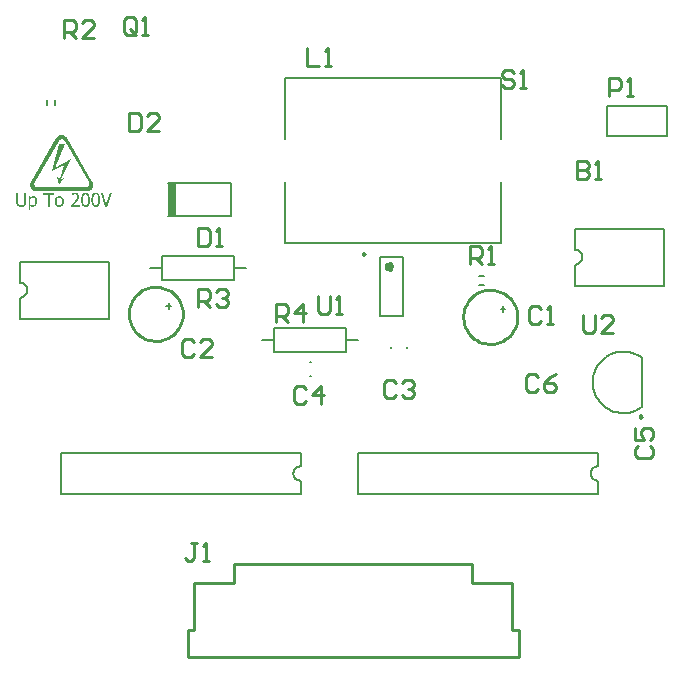
<source format=gto>
G04*
G04 #@! TF.GenerationSoftware,Altium Limited,Altium Designer,18.1.7 (191)*
G04*
G04 Layer_Color=65535*
%FSLAX25Y25*%
%MOIN*%
G70*
G01*
G75*
%ADD10C,0.00787*%
%ADD11C,0.01575*%
%ADD12C,0.00984*%
%ADD13C,0.01000*%
%ADD14C,0.00660*%
%ADD15R,0.03150X0.11024*%
G36*
X329950Y443958D02*
X330150Y443908D01*
X330375Y443833D01*
X330600Y443733D01*
X330850Y443608D01*
X331100Y443408D01*
X331125Y443383D01*
X331175Y443333D01*
X331250Y443258D01*
X331325Y443183D01*
X331350Y443158D01*
X331375Y443108D01*
X331500Y442933D01*
X339875Y428408D01*
X339900Y428383D01*
X339950Y428283D01*
X340000Y428133D01*
X340075Y427933D01*
X340125Y427708D01*
X340150Y427458D01*
X340175Y427158D01*
X340125Y426858D01*
Y426833D01*
X340100Y426783D01*
X340075Y426683D01*
X340025Y426558D01*
Y426533D01*
X340000Y426483D01*
X339975Y426383D01*
X339900Y426258D01*
X339875Y426233D01*
X339825Y426133D01*
X339725Y426008D01*
X339600Y425858D01*
X339425Y425708D01*
X339225Y425533D01*
X338975Y425408D01*
X338700Y425283D01*
X338675D01*
X338575Y425258D01*
X338475Y425233D01*
X338400Y425208D01*
X338325D01*
X338200Y425183D01*
X321150D01*
X321000Y425208D01*
X320800Y425258D01*
X320550Y425308D01*
X320300Y425408D01*
X320050Y425558D01*
X319800Y425758D01*
X319775Y425783D01*
X319725Y425833D01*
X319600Y425983D01*
X319575Y426008D01*
X319525Y426058D01*
X319475Y426158D01*
X319425Y426258D01*
X319400D01*
X319375Y426283D01*
X319350Y426383D01*
X319275Y426533D01*
X319225Y426708D01*
X319175Y426933D01*
X319125Y427183D01*
Y427458D01*
X319175Y427758D01*
Y427783D01*
X319200Y427883D01*
X319225Y427983D01*
X319250Y428058D01*
Y428083D01*
X319275Y428133D01*
X319325Y428208D01*
X319375Y428333D01*
X319400Y428358D01*
Y428383D01*
X327775Y442883D01*
Y442908D01*
X327825Y442958D01*
X327875Y443033D01*
X327950Y443133D01*
X328150Y443358D01*
X328425Y443583D01*
X328400D01*
X328450Y443608D01*
X328500Y443658D01*
X328575Y443708D01*
X328600Y443733D01*
X328675Y443758D01*
X328775Y443808D01*
X328900Y443858D01*
X329050Y443908D01*
X329250Y443933D01*
X329450Y443983D01*
X329800D01*
X329950Y443958D01*
D02*
G37*
G36*
X320281Y423558D02*
X320331Y423551D01*
X320388Y423539D01*
X320450Y423526D01*
X320519Y423508D01*
X320587Y423483D01*
X320662Y423451D01*
X320738Y423414D01*
X320813Y423370D01*
X320887Y423314D01*
X320963Y423251D01*
X321031Y423183D01*
X321094Y423101D01*
X321100Y423095D01*
X321106Y423083D01*
X321125Y423051D01*
X321144Y423020D01*
X321169Y422970D01*
X321200Y422914D01*
X321231Y422851D01*
X321263Y422776D01*
X321287Y422689D01*
X321319Y422595D01*
X321350Y422495D01*
X321375Y422383D01*
X321394Y422264D01*
X321412Y422139D01*
X321419Y422008D01*
X321425Y421864D01*
Y421851D01*
Y421826D01*
Y421783D01*
X321419Y421726D01*
X321412Y421651D01*
X321406Y421570D01*
X321394Y421476D01*
X321375Y421376D01*
X321325Y421164D01*
X321294Y421051D01*
X321256Y420939D01*
X321206Y420826D01*
X321150Y420714D01*
X321088Y420614D01*
X321019Y420514D01*
X321012Y420508D01*
X321000Y420495D01*
X320975Y420470D01*
X320944Y420439D01*
X320906Y420395D01*
X320856Y420358D01*
X320800Y420308D01*
X320738Y420264D01*
X320669Y420220D01*
X320587Y420170D01*
X320506Y420133D01*
X320412Y420095D01*
X320319Y420058D01*
X320219Y420033D01*
X320106Y420020D01*
X319994Y420014D01*
X319950D01*
X319900Y420020D01*
X319844D01*
X319769Y420026D01*
X319694Y420039D01*
X319544Y420070D01*
X319537D01*
X319513Y420083D01*
X319475Y420095D01*
X319425Y420114D01*
X319362Y420139D01*
X319294Y420170D01*
X319150Y420245D01*
Y418833D01*
X318581D01*
Y423470D01*
X319150D01*
Y423114D01*
X319163Y423120D01*
X319187Y423145D01*
X319231Y423183D01*
X319287Y423226D01*
X319356Y423276D01*
X319438Y423326D01*
X319525Y423383D01*
X319619Y423433D01*
X319631Y423439D01*
X319662Y423451D01*
X319719Y423476D01*
X319788Y423501D01*
X319875Y423520D01*
X319969Y423545D01*
X320075Y423558D01*
X320187Y423564D01*
X320244D01*
X320281Y423558D01*
D02*
G37*
G36*
X344844Y420083D02*
X344194D01*
X342644Y424601D01*
X343281Y424601D01*
X344531Y420851D01*
X345781Y424601D01*
X346400D01*
X344844Y420083D01*
D02*
G37*
G36*
X317762Y421776D02*
Y421770D01*
Y421758D01*
Y421733D01*
Y421695D01*
Y421658D01*
X317756Y421608D01*
X317750Y421501D01*
X317738Y421376D01*
X317719Y421239D01*
X317694Y421101D01*
X317663Y420970D01*
Y420964D01*
X317656Y420958D01*
X317650Y420939D01*
X317644Y420914D01*
X317619Y420851D01*
X317587Y420770D01*
X317544Y420683D01*
X317481Y420589D01*
X317412Y420495D01*
X317331Y420401D01*
X317319Y420395D01*
X317294Y420370D01*
X317250Y420333D01*
X317188Y420283D01*
X317112Y420233D01*
X317025Y420183D01*
X316931Y420133D01*
X316825Y420089D01*
X316812Y420083D01*
X316775Y420076D01*
X316712Y420058D01*
X316631Y420039D01*
X316531Y420020D01*
X316412Y420008D01*
X316275Y419995D01*
X316125Y419989D01*
X316056D01*
X316025Y419995D01*
X315987D01*
X315894Y420001D01*
X315781Y420014D01*
X315669Y420033D01*
X315550Y420058D01*
X315431Y420089D01*
X315425D01*
X315419Y420095D01*
X315381Y420108D01*
X315325Y420133D01*
X315256Y420170D01*
X315181Y420214D01*
X315094Y420264D01*
X315006Y420326D01*
X314925Y420401D01*
X314913Y420414D01*
X314887Y420445D01*
X314844Y420495D01*
X314800Y420564D01*
X314744Y420645D01*
X314687Y420739D01*
X314637Y420845D01*
X314594Y420964D01*
Y420970D01*
X314587Y420976D01*
Y420995D01*
X314581Y421026D01*
X314575Y421058D01*
X314563Y421095D01*
X314550Y421189D01*
X314531Y421308D01*
X314512Y421445D01*
X314506Y421601D01*
X314500Y421776D01*
Y424601D01*
X315100D01*
Y421783D01*
Y421776D01*
Y421770D01*
Y421733D01*
Y421670D01*
X315106Y421601D01*
Y421520D01*
X315119Y421433D01*
X315125Y421339D01*
X315138Y421258D01*
Y421251D01*
X315144Y421220D01*
X315156Y421183D01*
X315169Y421133D01*
X315194Y421070D01*
X315219Y421008D01*
X315256Y420939D01*
X315294Y420876D01*
X315300Y420870D01*
X315319Y420845D01*
X315344Y420814D01*
X315381Y420776D01*
X315425Y420733D01*
X315481Y420683D01*
X315544Y420639D01*
X315619Y420601D01*
X315631Y420595D01*
X315656Y420589D01*
X315700Y420570D01*
X315762Y420558D01*
X315831Y420539D01*
X315919Y420520D01*
X316019Y420514D01*
X316125Y420508D01*
X316175D01*
X316225Y420514D01*
X316294Y420520D01*
X316369Y420533D01*
X316456Y420545D01*
X316544Y420570D01*
X316625Y420601D01*
X316637Y420608D01*
X316663Y420620D01*
X316700Y420639D01*
X316750Y420670D01*
X316806Y420708D01*
X316863Y420758D01*
X316913Y420814D01*
X316963Y420876D01*
X316969Y420883D01*
X316981Y420908D01*
X317000Y420939D01*
X317025Y420989D01*
X317050Y421045D01*
X317075Y421108D01*
X317100Y421176D01*
X317119Y421251D01*
Y421264D01*
X317125Y421289D01*
X317131Y421333D01*
X317144Y421395D01*
X317150Y421470D01*
X317156Y421558D01*
X317162Y421658D01*
Y421770D01*
Y424601D01*
X317762D01*
Y421776D01*
D02*
G37*
G36*
X334175Y424689D02*
X334225Y424683D01*
X334288Y424676D01*
X334356Y424670D01*
X334431Y424651D01*
X334588Y424614D01*
X334750Y424551D01*
X334831Y424514D01*
X334912Y424470D01*
X334987Y424420D01*
X335056Y424358D01*
X335063Y424351D01*
X335075Y424345D01*
X335087Y424320D01*
X335113Y424295D01*
X335138Y424264D01*
X335169Y424220D01*
X335206Y424170D01*
X335238Y424120D01*
X335269Y424058D01*
X335306Y423989D01*
X335337Y423914D01*
X335363Y423833D01*
X335387Y423745D01*
X335406Y423651D01*
X335413Y423551D01*
X335419Y423445D01*
Y423433D01*
Y423401D01*
Y423351D01*
X335413Y423289D01*
X335406Y423214D01*
X335394Y423126D01*
X335356Y422958D01*
Y422945D01*
X335344Y422920D01*
X335331Y422876D01*
X335313Y422820D01*
X335287Y422758D01*
X335256Y422689D01*
X335181Y422545D01*
X335175Y422539D01*
X335162Y422514D01*
X335138Y422470D01*
X335106Y422420D01*
X335069Y422364D01*
X335019Y422295D01*
X334912Y422151D01*
X334906Y422145D01*
X334888Y422120D01*
X334856Y422083D01*
X334812Y422033D01*
X334763Y421976D01*
X334706Y421908D01*
X334581Y421770D01*
Y421764D01*
X334569Y421758D01*
X334550Y421739D01*
X334531Y421714D01*
X334475Y421651D01*
X334394Y421570D01*
X334300Y421476D01*
X334194Y421364D01*
X334069Y421251D01*
X333944Y421126D01*
X333938Y421120D01*
X333931Y421114D01*
X333912Y421095D01*
X333888Y421070D01*
X333825Y421014D01*
X333744Y420939D01*
X333650Y420851D01*
X333556Y420764D01*
X333469Y420683D01*
X333381Y420601D01*
X335606D01*
Y420083D01*
X332819D01*
Y420714D01*
X332825Y420720D01*
X332831Y420726D01*
X332869Y420764D01*
X332925Y420820D01*
X333000Y420889D01*
X333087Y420970D01*
X333181Y421064D01*
X333381Y421258D01*
X333387Y421264D01*
X333394Y421270D01*
X333425Y421301D01*
X333481Y421358D01*
X333550Y421426D01*
X333625Y421508D01*
X333719Y421601D01*
X333812Y421701D01*
X333906Y421808D01*
X333912Y421814D01*
X333931Y421833D01*
X333956Y421864D01*
X333987Y421901D01*
X334031Y421951D01*
X334081Y422008D01*
X334131Y422070D01*
X334188Y422133D01*
X334300Y422276D01*
X334419Y422433D01*
X334525Y422576D01*
X334569Y422651D01*
X334606Y422714D01*
Y422720D01*
X334612Y422733D01*
X334625Y422745D01*
X334637Y422776D01*
X334669Y422839D01*
X334706Y422933D01*
X334737Y423039D01*
X334769Y423158D01*
X334794Y423289D01*
X334800Y423420D01*
Y423426D01*
Y423451D01*
Y423489D01*
X334794Y423533D01*
X334788Y423589D01*
X334775Y423639D01*
X334737Y423751D01*
Y423758D01*
X334725Y423776D01*
X334713Y423801D01*
X334694Y423833D01*
X334644Y423914D01*
X334575Y423989D01*
X334569Y423995D01*
X334556Y424001D01*
X334531Y424020D01*
X334506Y424039D01*
X334469Y424064D01*
X334425Y424089D01*
X334325Y424126D01*
X334319D01*
X334300Y424133D01*
X334275Y424145D01*
X334238Y424151D01*
X334194Y424164D01*
X334144Y424170D01*
X334025Y424176D01*
X333962D01*
X333925Y424170D01*
X333875Y424164D01*
X333819Y424158D01*
X333694Y424133D01*
X333687D01*
X333669Y424126D01*
X333637Y424114D01*
X333594Y424101D01*
X333544Y424089D01*
X333494Y424070D01*
X333381Y424026D01*
X333375D01*
X333356Y424020D01*
X333331Y424008D01*
X333300Y423995D01*
X333219Y423951D01*
X333131Y423901D01*
X333125D01*
X333113Y423889D01*
X333094Y423876D01*
X333069Y423858D01*
X333006Y423820D01*
X332944Y423776D01*
X332912D01*
Y424420D01*
X332919Y424426D01*
X332950Y424439D01*
X332987Y424458D01*
X333050Y424476D01*
X333119Y424508D01*
X333212Y424539D01*
X333313Y424570D01*
X333431Y424601D01*
X333437D01*
X333444Y424608D01*
X333463D01*
X333488Y424614D01*
X333556Y424633D01*
X333637Y424651D01*
X333737Y424664D01*
X333844Y424683D01*
X333956Y424689D01*
X334069Y424695D01*
X334131D01*
X334175Y424689D01*
D02*
G37*
G36*
X327175Y424070D02*
X325656D01*
Y420083D01*
X325056D01*
Y424070D01*
X323537D01*
Y424601D01*
X327175D01*
Y424070D01*
D02*
G37*
G36*
X341038Y424689D02*
X341094D01*
X341150Y424676D01*
X341225Y424664D01*
X341300Y424645D01*
X341388Y424620D01*
X341475Y424589D01*
X341563Y424551D01*
X341656Y424501D01*
X341744Y424445D01*
X341831Y424383D01*
X341913Y424301D01*
X341994Y424214D01*
X342062Y424108D01*
X342069Y424101D01*
X342075Y424083D01*
X342094Y424045D01*
X342119Y423995D01*
X342144Y423933D01*
X342175Y423858D01*
X342206Y423770D01*
X342237Y423664D01*
X342269Y423551D01*
X342300Y423420D01*
X342331Y423270D01*
X342356Y423114D01*
X342381Y422939D01*
X342400Y422751D01*
X342406Y422551D01*
X342412Y422339D01*
Y422333D01*
Y422326D01*
Y422308D01*
Y422289D01*
Y422226D01*
X342406Y422139D01*
X342400Y422039D01*
X342394Y421926D01*
X342381Y421801D01*
X342369Y421664D01*
X342350Y421520D01*
X342325Y421370D01*
X342300Y421220D01*
X342263Y421076D01*
X342219Y420933D01*
X342175Y420795D01*
X342119Y420670D01*
X342056Y420558D01*
X342050Y420551D01*
X342038Y420533D01*
X342019Y420508D01*
X341987Y420470D01*
X341950Y420426D01*
X341906Y420376D01*
X341850Y420326D01*
X341788Y420276D01*
X341712Y420220D01*
X341637Y420170D01*
X341544Y420120D01*
X341450Y420076D01*
X341344Y420039D01*
X341225Y420014D01*
X341100Y419995D01*
X340969Y419989D01*
X340937D01*
X340900Y419995D01*
X340844D01*
X340781Y420008D01*
X340712Y420020D01*
X340637Y420039D01*
X340550Y420064D01*
X340462Y420089D01*
X340369Y420126D01*
X340281Y420176D01*
X340188Y420233D01*
X340100Y420295D01*
X340019Y420376D01*
X339937Y420464D01*
X339869Y420564D01*
X339862Y420570D01*
X339856Y420589D01*
X339838Y420626D01*
X339812Y420676D01*
X339788Y420733D01*
X339762Y420814D01*
X339731Y420901D01*
X339700Y421001D01*
X339663Y421120D01*
X339631Y421251D01*
X339606Y421401D01*
X339581Y421558D01*
X339556Y421733D01*
X339538Y421920D01*
X339531Y422120D01*
X339525Y422339D01*
Y422345D01*
Y422351D01*
Y422370D01*
Y422395D01*
Y422458D01*
X339531Y422539D01*
X339538Y422639D01*
X339544Y422758D01*
X339556Y422883D01*
X339569Y423020D01*
X339587Y423164D01*
X339613Y423314D01*
X339675Y423608D01*
X339713Y423751D01*
X339762Y423889D01*
X339812Y424014D01*
X339875Y424126D01*
X339881Y424133D01*
X339894Y424151D01*
X339913Y424176D01*
X339944Y424214D01*
X339981Y424258D01*
X340025Y424308D01*
X340081Y424358D01*
X340144Y424414D01*
X340219Y424464D01*
X340300Y424514D01*
X340388Y424564D01*
X340488Y424608D01*
X340594Y424645D01*
X340712Y424670D01*
X340838Y424689D01*
X340969Y424695D01*
X341000D01*
X341038Y424689D01*
D02*
G37*
G36*
X337644D02*
X337700D01*
X337756Y424676D01*
X337831Y424664D01*
X337906Y424645D01*
X337994Y424620D01*
X338081Y424589D01*
X338169Y424551D01*
X338263Y424501D01*
X338350Y424445D01*
X338438Y424383D01*
X338519Y424301D01*
X338600Y424214D01*
X338669Y424108D01*
X338675Y424101D01*
X338681Y424083D01*
X338700Y424045D01*
X338725Y423995D01*
X338750Y423933D01*
X338781Y423858D01*
X338812Y423770D01*
X338844Y423664D01*
X338875Y423551D01*
X338906Y423420D01*
X338937Y423270D01*
X338963Y423114D01*
X338987Y422939D01*
X339006Y422751D01*
X339013Y422551D01*
X339019Y422339D01*
Y422333D01*
Y422326D01*
Y422308D01*
Y422289D01*
Y422226D01*
X339013Y422139D01*
X339006Y422039D01*
X339000Y421926D01*
X338987Y421801D01*
X338975Y421664D01*
X338956Y421520D01*
X338931Y421370D01*
X338906Y421220D01*
X338869Y421076D01*
X338825Y420933D01*
X338781Y420795D01*
X338725Y420670D01*
X338663Y420558D01*
X338656Y420551D01*
X338644Y420533D01*
X338625Y420508D01*
X338594Y420470D01*
X338556Y420426D01*
X338512Y420376D01*
X338456Y420326D01*
X338394Y420276D01*
X338319Y420220D01*
X338244Y420170D01*
X338150Y420120D01*
X338056Y420076D01*
X337950Y420039D01*
X337831Y420014D01*
X337706Y419995D01*
X337575Y419989D01*
X337544D01*
X337506Y419995D01*
X337450D01*
X337387Y420008D01*
X337319Y420020D01*
X337244Y420039D01*
X337156Y420064D01*
X337069Y420089D01*
X336975Y420126D01*
X336888Y420176D01*
X336794Y420233D01*
X336706Y420295D01*
X336625Y420376D01*
X336544Y420464D01*
X336475Y420564D01*
X336469Y420570D01*
X336462Y420589D01*
X336444Y420626D01*
X336419Y420676D01*
X336394Y420733D01*
X336369Y420814D01*
X336337Y420901D01*
X336306Y421001D01*
X336269Y421120D01*
X336238Y421251D01*
X336212Y421401D01*
X336188Y421558D01*
X336162Y421733D01*
X336144Y421920D01*
X336138Y422120D01*
X336131Y422339D01*
Y422345D01*
Y422351D01*
Y422370D01*
Y422395D01*
Y422458D01*
X336138Y422539D01*
X336144Y422639D01*
X336150Y422758D01*
X336162Y422883D01*
X336175Y423020D01*
X336194Y423164D01*
X336219Y423314D01*
X336281Y423608D01*
X336319Y423751D01*
X336369Y423889D01*
X336419Y424014D01*
X336481Y424126D01*
X336488Y424133D01*
X336500Y424151D01*
X336519Y424176D01*
X336550Y424214D01*
X336588Y424258D01*
X336631Y424308D01*
X336687Y424358D01*
X336750Y424414D01*
X336825Y424464D01*
X336906Y424514D01*
X336994Y424564D01*
X337094Y424608D01*
X337200Y424645D01*
X337319Y424670D01*
X337444Y424689D01*
X337575Y424695D01*
X337606D01*
X337644Y424689D01*
D02*
G37*
G36*
X328969Y423558D02*
X329031Y423551D01*
X329094Y423539D01*
X329169Y423526D01*
X329250Y423508D01*
X329338Y423483D01*
X329425Y423451D01*
X329519Y423414D01*
X329612Y423364D01*
X329700Y423314D01*
X329794Y423251D01*
X329875Y423176D01*
X329956Y423095D01*
X329962Y423089D01*
X329975Y423076D01*
X329994Y423045D01*
X330019Y423008D01*
X330050Y422958D01*
X330087Y422901D01*
X330125Y422833D01*
X330163Y422751D01*
X330200Y422664D01*
X330238Y422564D01*
X330275Y422458D01*
X330306Y422339D01*
X330331Y422208D01*
X330350Y422070D01*
X330363Y421926D01*
X330369Y421770D01*
Y421758D01*
Y421733D01*
Y421689D01*
X330363Y421626D01*
X330356Y421558D01*
X330350Y421476D01*
X330338Y421383D01*
X330319Y421283D01*
X330269Y421070D01*
X330238Y420964D01*
X330194Y420851D01*
X330150Y420745D01*
X330094Y420639D01*
X330031Y420545D01*
X329956Y420451D01*
X329950Y420445D01*
X329938Y420433D01*
X329912Y420408D01*
X329881Y420376D01*
X329837Y420345D01*
X329787Y420308D01*
X329731Y420264D01*
X329662Y420220D01*
X329588Y420176D01*
X329506Y420133D01*
X329419Y420095D01*
X329319Y420064D01*
X329212Y420033D01*
X329100Y420008D01*
X328981Y419995D01*
X328856Y419989D01*
X328825D01*
X328787Y419995D01*
X328737D01*
X328681Y420001D01*
X328612Y420014D01*
X328538Y420026D01*
X328450Y420051D01*
X328362Y420076D01*
X328275Y420108D01*
X328181Y420145D01*
X328087Y420189D01*
X328000Y420245D01*
X327906Y420308D01*
X327825Y420383D01*
X327744Y420464D01*
X327737Y420470D01*
X327725Y420489D01*
X327706Y420514D01*
X327681Y420551D01*
X327650Y420601D01*
X327619Y420658D01*
X327581Y420726D01*
X327544Y420808D01*
X327506Y420895D01*
X327469Y420995D01*
X327437Y421101D01*
X327406Y421220D01*
X327381Y421345D01*
X327362Y421476D01*
X327350Y421620D01*
X327344Y421770D01*
Y421783D01*
Y421808D01*
Y421851D01*
X327350Y421908D01*
X327356Y421983D01*
X327369Y422064D01*
X327381Y422158D01*
X327394Y422251D01*
X327444Y422464D01*
X327475Y422576D01*
X327519Y422683D01*
X327562Y422795D01*
X327619Y422895D01*
X327681Y422995D01*
X327756Y423089D01*
X327763Y423095D01*
X327775Y423108D01*
X327800Y423133D01*
X327831Y423164D01*
X327875Y423201D01*
X327925Y423239D01*
X327981Y423283D01*
X328050Y423326D01*
X328125Y423370D01*
X328206Y423414D01*
X328300Y423451D01*
X328400Y423489D01*
X328500Y423520D01*
X328612Y423545D01*
X328731Y423558D01*
X328856Y423564D01*
X328925D01*
X328969Y423558D01*
D02*
G37*
%LPC*%
G36*
X329825Y442558D02*
X329600D01*
X329450Y442533D01*
X329275Y442508D01*
X329075Y442408D01*
X329050Y442383D01*
X329025Y442358D01*
X328975D01*
X328950Y442333D01*
X328850Y442258D01*
X328750Y442133D01*
X328650Y441983D01*
X328625Y441958D01*
X320675Y428183D01*
Y428158D01*
Y428133D01*
X320650Y428108D01*
X320600Y428008D01*
Y427983D01*
X320575Y427933D01*
X320550Y427883D01*
Y427833D01*
Y427808D01*
Y427758D01*
X320525Y427683D01*
Y427583D01*
X320550Y427308D01*
X320600Y427183D01*
X320675Y427033D01*
X320700Y426983D01*
X320775Y426883D01*
X320800Y426858D01*
X320900Y426758D01*
X320925D01*
X320950Y426708D01*
X321025Y426658D01*
X321125Y426608D01*
X321375Y426508D01*
X321525Y426483D01*
X321700Y426458D01*
X337800D01*
X337850Y426483D01*
X337925Y426508D01*
X337975Y426533D01*
X337950Y426508D01*
X337975D01*
X338025Y426533D01*
X338100Y426558D01*
X338200Y426633D01*
X338425Y426783D01*
X338525Y426908D01*
X338625Y427033D01*
Y427058D01*
X338650Y427083D01*
X338700Y427208D01*
X338750Y427383D01*
X338775Y427608D01*
Y427633D01*
Y427658D01*
Y427708D01*
Y427758D01*
X338750Y427858D01*
X338700Y428033D01*
X338625Y428208D01*
X338600D01*
X330650Y441983D01*
Y442008D01*
X330600Y442058D01*
X330550Y442133D01*
X330525Y442158D01*
X330500Y442208D01*
X330425Y442258D01*
X330400Y442283D01*
X330375Y442308D01*
X330300Y442358D01*
X330200Y442408D01*
X329950Y442508D01*
X329825Y442558D01*
D02*
G37*
%LPD*%
G36*
X327350Y433108D02*
X332600Y435808D01*
X329400Y429208D01*
X330550Y429483D01*
X328650Y427258D01*
X328200Y429908D01*
X329075Y429233D01*
X330325Y434008D01*
X326300Y432008D01*
X328875Y440933D01*
X330775Y441008D01*
X327350Y433108D01*
D02*
G37*
%LPC*%
G36*
X320050Y423020D02*
X320006D01*
X319963Y423014D01*
X319900Y423008D01*
X319825Y422995D01*
X319750Y422970D01*
X319662Y422945D01*
X319575Y422908D01*
X319563Y422901D01*
X319537Y422889D01*
X319494Y422864D01*
X319438Y422833D01*
X319375Y422795D01*
X319300Y422745D01*
X319225Y422695D01*
X319150Y422633D01*
Y420714D01*
X319163Y420708D01*
X319187Y420695D01*
X319231Y420676D01*
X319281Y420651D01*
X319344Y420626D01*
X319406Y420601D01*
X319469Y420583D01*
X319531Y420564D01*
X319537D01*
X319563Y420558D01*
X319594Y420551D01*
X319637Y420545D01*
X319694Y420539D01*
X319756Y420533D01*
X319825Y420526D01*
X319944D01*
X319975Y420533D01*
X320012Y420539D01*
X320056Y420545D01*
X320150Y420564D01*
X320263Y420601D01*
X320375Y420664D01*
X320431Y420695D01*
X320487Y420739D01*
X320537Y420789D01*
X320587Y420845D01*
Y420851D01*
X320600Y420858D01*
X320613Y420876D01*
X320625Y420908D01*
X320644Y420939D01*
X320669Y420983D01*
X320688Y421033D01*
X320712Y421089D01*
X320738Y421151D01*
X320756Y421220D01*
X320781Y421295D01*
X320800Y421383D01*
X320813Y421476D01*
X320825Y421576D01*
X320837Y421683D01*
Y421795D01*
Y421801D01*
Y421820D01*
Y421851D01*
Y421889D01*
X320831Y421939D01*
X320825Y421995D01*
X320813Y422126D01*
X320794Y422270D01*
X320756Y422420D01*
X320712Y422564D01*
X320650Y422695D01*
Y422701D01*
X320644Y422708D01*
X320613Y422745D01*
X320569Y422795D01*
X320506Y422858D01*
X320419Y422920D01*
X320319Y422970D01*
X320194Y423008D01*
X320125Y423014D01*
X320050Y423020D01*
D02*
G37*
G36*
X340969Y424195D02*
X340925D01*
X340881Y424189D01*
X340819Y424183D01*
X340756Y424164D01*
X340681Y424145D01*
X340613Y424114D01*
X340550Y424070D01*
X340544Y424064D01*
X340525Y424045D01*
X340494Y424020D01*
X340462Y423983D01*
X340419Y423933D01*
X340381Y423870D01*
X340337Y423795D01*
X340300Y423714D01*
X340294Y423701D01*
X340287Y423670D01*
X340269Y423620D01*
X340250Y423551D01*
X340231Y423470D01*
X340206Y423370D01*
X340188Y423251D01*
X340175Y423126D01*
Y423120D01*
Y423108D01*
Y423089D01*
X340169Y423064D01*
Y423033D01*
X340162Y422995D01*
Y422895D01*
X340156Y422783D01*
X340150Y422645D01*
X340144Y422501D01*
Y422339D01*
Y422333D01*
Y422320D01*
Y422295D01*
Y422258D01*
Y422220D01*
Y422170D01*
X340150Y422064D01*
Y421939D01*
X340156Y421801D01*
X340162Y421670D01*
X340169Y421545D01*
Y421539D01*
Y421533D01*
X340175Y421514D01*
Y421489D01*
X340181Y421433D01*
X340194Y421351D01*
X340212Y421264D01*
X340237Y421170D01*
X340294Y420970D01*
X340300Y420958D01*
X340313Y420933D01*
X340331Y420889D01*
X340356Y420839D01*
X340394Y420783D01*
X340438Y420720D01*
X340488Y420664D01*
X340544Y420614D01*
X340550Y420608D01*
X340575Y420595D01*
X340606Y420576D01*
X340656Y420551D01*
X340719Y420526D01*
X340794Y420508D01*
X340875Y420495D01*
X340969Y420489D01*
X341013D01*
X341056Y420495D01*
X341112Y420501D01*
X341175Y420520D01*
X341244Y420539D01*
X341313Y420570D01*
X341375Y420608D01*
X341381Y420614D01*
X341400Y420633D01*
X341431Y420658D01*
X341469Y420695D01*
X341506Y420745D01*
X341550Y420808D01*
X341594Y420883D01*
X341631Y420964D01*
X341637Y420976D01*
X341644Y421008D01*
X341663Y421051D01*
X341681Y421120D01*
X341700Y421201D01*
X341719Y421301D01*
X341738Y421408D01*
X341756Y421533D01*
Y421539D01*
Y421551D01*
X341762Y421570D01*
Y421595D01*
Y421626D01*
X341769Y421664D01*
X341775Y421764D01*
X341781Y421883D01*
X341788Y422020D01*
X341794Y422170D01*
Y422339D01*
Y422345D01*
Y422358D01*
Y422383D01*
Y422420D01*
Y422458D01*
Y422508D01*
X341788Y422614D01*
Y422745D01*
X341781Y422883D01*
X341769Y423020D01*
X341756Y423151D01*
Y423158D01*
Y423164D01*
X341750Y423183D01*
Y423208D01*
X341738Y423270D01*
X341725Y423351D01*
X341706Y423439D01*
X341687Y423539D01*
X341656Y423633D01*
X341625Y423720D01*
X341619Y423733D01*
X341606Y423758D01*
X341587Y423801D01*
X341563Y423851D01*
X341525Y423908D01*
X341481Y423964D01*
X341431Y424020D01*
X341375Y424070D01*
X341369Y424076D01*
X341350Y424089D01*
X341313Y424108D01*
X341269Y424133D01*
X341206Y424158D01*
X341138Y424176D01*
X341056Y424189D01*
X340969Y424195D01*
D02*
G37*
G36*
X337575D02*
X337531D01*
X337488Y424189D01*
X337425Y424183D01*
X337363Y424164D01*
X337287Y424145D01*
X337219Y424114D01*
X337156Y424070D01*
X337150Y424064D01*
X337131Y424045D01*
X337100Y424020D01*
X337069Y423983D01*
X337025Y423933D01*
X336987Y423870D01*
X336944Y423795D01*
X336906Y423714D01*
X336900Y423701D01*
X336894Y423670D01*
X336875Y423620D01*
X336856Y423551D01*
X336838Y423470D01*
X336812Y423370D01*
X336794Y423251D01*
X336781Y423126D01*
Y423120D01*
Y423108D01*
Y423089D01*
X336775Y423064D01*
Y423033D01*
X336769Y422995D01*
Y422895D01*
X336762Y422783D01*
X336756Y422645D01*
X336750Y422501D01*
Y422339D01*
Y422333D01*
Y422320D01*
Y422295D01*
Y422258D01*
Y422220D01*
Y422170D01*
X336756Y422064D01*
Y421939D01*
X336762Y421801D01*
X336769Y421670D01*
X336775Y421545D01*
Y421539D01*
Y421533D01*
X336781Y421514D01*
Y421489D01*
X336788Y421433D01*
X336800Y421351D01*
X336819Y421264D01*
X336844Y421170D01*
X336900Y420970D01*
X336906Y420958D01*
X336919Y420933D01*
X336937Y420889D01*
X336963Y420839D01*
X337000Y420783D01*
X337044Y420720D01*
X337094Y420664D01*
X337150Y420614D01*
X337156Y420608D01*
X337181Y420595D01*
X337212Y420576D01*
X337263Y420551D01*
X337325Y420526D01*
X337400Y420508D01*
X337481Y420495D01*
X337575Y420489D01*
X337619D01*
X337663Y420495D01*
X337719Y420501D01*
X337781Y420520D01*
X337850Y420539D01*
X337919Y420570D01*
X337981Y420608D01*
X337987Y420614D01*
X338006Y420633D01*
X338037Y420658D01*
X338075Y420695D01*
X338112Y420745D01*
X338156Y420808D01*
X338200Y420883D01*
X338238Y420964D01*
X338244Y420976D01*
X338250Y421008D01*
X338269Y421051D01*
X338287Y421120D01*
X338306Y421201D01*
X338325Y421301D01*
X338344Y421408D01*
X338363Y421533D01*
Y421539D01*
Y421551D01*
X338369Y421570D01*
Y421595D01*
Y421626D01*
X338375Y421664D01*
X338381Y421764D01*
X338387Y421883D01*
X338394Y422020D01*
X338400Y422170D01*
Y422339D01*
Y422345D01*
Y422358D01*
Y422383D01*
Y422420D01*
Y422458D01*
Y422508D01*
X338394Y422614D01*
Y422745D01*
X338387Y422883D01*
X338375Y423020D01*
X338363Y423151D01*
Y423158D01*
Y423164D01*
X338356Y423183D01*
Y423208D01*
X338344Y423270D01*
X338331Y423351D01*
X338313Y423439D01*
X338294Y423539D01*
X338263Y423633D01*
X338231Y423720D01*
X338225Y423733D01*
X338212Y423758D01*
X338194Y423801D01*
X338169Y423851D01*
X338131Y423908D01*
X338088Y423964D01*
X338037Y424020D01*
X337981Y424070D01*
X337975Y424076D01*
X337956Y424089D01*
X337919Y424108D01*
X337875Y424133D01*
X337812Y424158D01*
X337744Y424176D01*
X337663Y424189D01*
X337575Y424195D01*
D02*
G37*
G36*
X328856Y423064D02*
X328813D01*
X328781Y423058D01*
X328744Y423051D01*
X328706Y423045D01*
X328606Y423026D01*
X328494Y422989D01*
X328381Y422933D01*
X328325Y422895D01*
X328269Y422851D01*
X328219Y422801D01*
X328169Y422745D01*
Y422739D01*
X328156Y422733D01*
X328150Y422714D01*
X328131Y422683D01*
X328113Y422651D01*
X328094Y422608D01*
X328075Y422558D01*
X328050Y422501D01*
X328025Y422439D01*
X328006Y422370D01*
X327988Y422289D01*
X327969Y422201D01*
X327956Y422101D01*
X327944Y422001D01*
X327931Y421889D01*
Y421770D01*
Y421764D01*
Y421745D01*
Y421708D01*
X327938Y421664D01*
Y421614D01*
X327944Y421551D01*
X327950Y421489D01*
X327962Y421414D01*
X327988Y421258D01*
X328031Y421101D01*
X328087Y420951D01*
X328125Y420876D01*
X328169Y420814D01*
Y420808D01*
X328181Y420801D01*
X328212Y420764D01*
X328269Y420714D01*
X328344Y420651D01*
X328444Y420589D01*
X328562Y420539D01*
X328700Y420501D01*
X328775Y420495D01*
X328856Y420489D01*
X328900D01*
X328931Y420495D01*
X328962Y420501D01*
X329006Y420508D01*
X329106Y420526D01*
X329212Y420564D01*
X329331Y420626D01*
X329381Y420658D01*
X329437Y420701D01*
X329487Y420751D01*
X329538Y420808D01*
Y420814D01*
X329550Y420820D01*
X329562Y420839D01*
X329575Y420870D01*
X329594Y420901D01*
X329612Y420945D01*
X329638Y420989D01*
X329662Y421045D01*
X329681Y421114D01*
X329706Y421183D01*
X329725Y421264D01*
X329744Y421351D01*
X329756Y421445D01*
X329769Y421545D01*
X329781Y421651D01*
Y421770D01*
Y421776D01*
Y421801D01*
Y421833D01*
X329775Y421876D01*
Y421933D01*
X329769Y421995D01*
X329763Y422064D01*
X329750Y422139D01*
X329725Y422295D01*
X329681Y422458D01*
X329619Y422614D01*
X329581Y422683D01*
X329538Y422745D01*
Y422751D01*
X329525Y422758D01*
X329494Y422795D01*
X329437Y422845D01*
X329363Y422908D01*
X329269Y422964D01*
X329150Y423014D01*
X329012Y423051D01*
X328938Y423058D01*
X328856Y423064D01*
D02*
G37*
%LPD*%
D10*
X508465Y333602D02*
X507508Y333412D01*
X506697Y332870D01*
X506155Y332059D01*
X505965Y331102D01*
X506155Y330146D01*
X506697Y329335D01*
X507508Y328793D01*
X508465Y328602D01*
X409252Y333602D02*
X408295Y333412D01*
X407484Y332870D01*
X406942Y332059D01*
X406752Y331102D01*
X406942Y330146D01*
X407484Y329335D01*
X408295Y328793D01*
X409252Y328602D01*
X315736Y389756D02*
X316678Y389943D01*
X317476Y390477D01*
X318009Y391275D01*
X318197Y392216D01*
X318009Y393158D01*
X317476Y393956D01*
X316678Y394490D01*
X315736Y394677D01*
X523196Y369578D02*
X522384Y370151D01*
X521520Y370643D01*
X520613Y371048D01*
X519670Y371364D01*
X518702Y371587D01*
X517716Y371715D01*
X516723Y371747D01*
X515731Y371682D01*
X514750Y371521D01*
X513790Y371266D01*
X512858Y370919D01*
X511965Y370483D01*
X511118Y369963D01*
X510326Y369363D01*
X509595Y368689D01*
X508934Y367948D01*
X508347Y367145D01*
X507841Y366290D01*
X507420Y365389D01*
X507089Y364453D01*
X506850Y363488D01*
X506706Y362505D01*
X506658Y361512D01*
X506706Y360519D01*
X506850Y359536D01*
X507089Y358571D01*
X507420Y357634D01*
X507841Y356734D01*
X508347Y355878D01*
X508934Y355076D01*
X509595Y354334D01*
X510326Y353660D01*
X511118Y353061D01*
X511965Y352540D01*
X512858Y352105D01*
X513790Y351758D01*
X514750Y351502D01*
X515731Y351342D01*
X516723Y351277D01*
X517716Y351309D01*
X518702Y351436D01*
X519670Y351659D01*
X520613Y351975D01*
X521520Y352381D01*
X522384Y352872D01*
X523196Y353446D01*
X500736Y400756D02*
X501678Y400943D01*
X502476Y401477D01*
X503010Y402275D01*
X503197Y403217D01*
X503010Y404158D01*
X502476Y404956D01*
X501678Y405490D01*
X500736Y405677D01*
X428465Y337854D02*
X508465D01*
X428465Y324350D02*
Y337854D01*
Y324350D02*
X508465D01*
Y328602D01*
Y333602D02*
Y337854D01*
X424500Y371500D02*
Y379500D01*
X400500Y371500D02*
X424500D01*
X400500D02*
Y379500D01*
X424500D01*
Y375500D02*
X428500D01*
X396500D02*
X400500D01*
X387000Y395500D02*
Y403500D01*
X363000Y395500D02*
X387000D01*
X363000D02*
Y403500D01*
X387000D01*
Y399500D02*
X391000D01*
X359000D02*
X363000D01*
X476024Y442783D02*
Y463059D01*
X403976Y407941D02*
Y428217D01*
Y463059D02*
X476024D01*
X403976Y442783D02*
Y463059D01*
X476024Y407941D02*
Y428217D01*
X403976Y407941D02*
X476024D01*
X435563Y383658D02*
X443437D01*
X435563Y403342D02*
X443437D01*
Y383658D02*
Y403342D01*
X435563Y383658D02*
Y403342D01*
X329252Y337854D02*
X409252D01*
X329252Y324350D02*
Y337854D01*
Y324350D02*
X409252D01*
Y328602D01*
Y333602D02*
Y337854D01*
X315736Y382709D02*
X345264D01*
Y401724D01*
X315736D02*
X345264D01*
X315736Y394677D02*
Y401724D01*
Y382709D02*
Y389756D01*
X385933Y416988D02*
Y428012D01*
X365067Y416988D02*
X385933D01*
X365067Y428012D02*
X385933D01*
X523193Y353446D02*
Y369578D01*
X468713Y394122D02*
X470287D01*
X468713Y396878D02*
X470287D01*
X511500Y443500D02*
X531500D01*
Y453500D01*
X511500D02*
X531500D01*
X511500Y443500D02*
Y453500D01*
X500736Y393709D02*
Y400756D01*
Y405677D02*
Y412724D01*
X530264D01*
Y393709D02*
Y412724D01*
X500736Y393709D02*
X530264D01*
X327362Y453937D02*
Y455512D01*
X324606Y453937D02*
Y455512D01*
X444658Y372803D02*
Y373197D01*
X439342Y372803D02*
Y373197D01*
X412303Y368264D02*
X412697D01*
X412303Y363736D02*
X412697D01*
D11*
X439500Y400193D02*
X438956Y400942D01*
X438076Y400656D01*
Y399730D01*
X438956Y399444D01*
X439500Y400193D01*
D12*
X430740Y404347D02*
X430002Y404773D01*
Y403920D01*
X430740Y404347D01*
X523213Y350095D02*
X522474Y350521D01*
Y349668D01*
X523213Y350095D01*
D13*
X370000Y384343D02*
X369945Y385333D01*
X369782Y386311D01*
X369512Y387265D01*
X369139Y388183D01*
X368667Y389056D01*
X368102Y389870D01*
X367451Y390618D01*
X366722Y391290D01*
X365922Y391877D01*
X365064Y392373D01*
X364156Y392771D01*
X363209Y393067D01*
X362236Y393257D01*
X361248Y393339D01*
X360257Y393312D01*
X359275Y393176D01*
X358313Y392932D01*
X357385Y392584D01*
X356500Y392137D01*
X355670Y391594D01*
X354905Y390964D01*
X354213Y390253D01*
X353604Y389471D01*
X353085Y388626D01*
X352661Y387729D01*
X352340Y386791D01*
X352123Y385824D01*
X352014Y384838D01*
Y383847D01*
X352123Y382861D01*
X352340Y381894D01*
X352662Y380956D01*
X353085Y380059D01*
X353604Y379214D01*
X354213Y378432D01*
X354905Y377721D01*
X355670Y377091D01*
X356500Y376548D01*
X357385Y376101D01*
X358313Y375753D01*
X359275Y375510D01*
X360257Y375373D01*
X361248Y375346D01*
X362236Y375428D01*
X363209Y375618D01*
X364156Y375914D01*
X365064Y376312D01*
X365923Y376808D01*
X366722Y377395D01*
X367451Y378067D01*
X368102Y378815D01*
X368667Y379629D01*
X369139Y380502D01*
X369512Y381420D01*
X369782Y382374D01*
X369945Y383352D01*
X370000Y384343D01*
X481500Y383343D02*
X481445Y384333D01*
X481282Y385311D01*
X481012Y386265D01*
X480639Y387183D01*
X480167Y388056D01*
X479602Y388870D01*
X478951Y389618D01*
X478222Y390290D01*
X477423Y390877D01*
X476564Y391373D01*
X475656Y391771D01*
X474709Y392067D01*
X473736Y392257D01*
X472748Y392339D01*
X471757Y392312D01*
X470775Y392176D01*
X469813Y391932D01*
X468885Y391584D01*
X468000Y391137D01*
X467170Y390594D01*
X466404Y389964D01*
X465713Y389253D01*
X465104Y388471D01*
X464585Y387626D01*
X464161Y386729D01*
X463840Y385791D01*
X463623Y384824D01*
X463514Y383838D01*
Y382847D01*
X463623Y381861D01*
X463840Y380894D01*
X464162Y379956D01*
X464585Y379059D01*
X465104Y378214D01*
X465713Y377432D01*
X466404Y376721D01*
X467170Y376091D01*
X468000Y375548D01*
X468885Y375101D01*
X469813Y374753D01*
X470775Y374510D01*
X471757Y374373D01*
X472748Y374346D01*
X473736Y374428D01*
X474709Y374618D01*
X475656Y374914D01*
X476564Y375312D01*
X477423Y375808D01*
X478222Y376395D01*
X478951Y377067D01*
X479602Y377815D01*
X480167Y378629D01*
X480639Y379502D01*
X481012Y380420D01*
X481282Y381374D01*
X481445Y382352D01*
X481500Y383343D01*
X387379Y301007D02*
X466344Y301007D01*
Y294717D02*
Y301007D01*
Y294717D02*
X479734D01*
Y278917D02*
Y294717D01*
Y278917D02*
X481934D01*
Y269817D02*
Y278917D01*
X371631Y269817D02*
X481934Y269817D01*
X371564D02*
Y278917D01*
X373764D01*
Y294717D01*
X387154D01*
Y301007D01*
X351969Y451274D02*
Y445276D01*
X354967D01*
X355967Y446275D01*
Y450274D01*
X354967Y451274D01*
X351969D01*
X361965Y445276D02*
X357967D01*
X361965Y449274D01*
Y450274D01*
X360966Y451274D01*
X358966D01*
X357967Y450274D01*
X373684Y375077D02*
X372684Y376077D01*
X370685D01*
X369685Y375077D01*
Y371078D01*
X370685Y370079D01*
X372684D01*
X373684Y371078D01*
X379682Y370079D02*
X375683D01*
X379682Y374077D01*
Y375077D01*
X378682Y376077D01*
X376683D01*
X375683Y375077D01*
X441007Y361298D02*
X440007Y362297D01*
X438007D01*
X437008Y361298D01*
Y357299D01*
X438007Y356299D01*
X440007D01*
X441007Y357299D01*
X443006Y361298D02*
X444006Y362297D01*
X446005D01*
X447005Y361298D01*
Y360298D01*
X446005Y359298D01*
X445005D01*
X446005D01*
X447005Y358299D01*
Y357299D01*
X446005Y356299D01*
X444006D01*
X443006Y357299D01*
X411085Y359329D02*
X410086Y360329D01*
X408086D01*
X407087Y359329D01*
Y355330D01*
X408086Y354331D01*
X410086D01*
X411085Y355330D01*
X416084Y354331D02*
Y360329D01*
X413085Y357330D01*
X417083D01*
X521773Y340219D02*
X520774Y339219D01*
Y337220D01*
X521773Y336221D01*
X525772D01*
X526772Y337220D01*
Y339219D01*
X525772Y340219D01*
X520774Y346217D02*
Y342218D01*
X523773D01*
X522773Y344218D01*
Y345218D01*
X523773Y346217D01*
X525772D01*
X526772Y345218D01*
Y343218D01*
X525772Y342218D01*
X488251Y363266D02*
X487251Y364266D01*
X485252D01*
X484252Y363266D01*
Y359267D01*
X485252Y358268D01*
X487251D01*
X488251Y359267D01*
X494249Y364266D02*
X492249Y363266D01*
X490250Y361267D01*
Y359267D01*
X491250Y358268D01*
X493249D01*
X494249Y359267D01*
Y360267D01*
X493249Y361267D01*
X490250D01*
X375197Y413085D02*
Y407087D01*
X378196D01*
X379196Y408086D01*
Y412085D01*
X378196Y413085D01*
X375197D01*
X381195Y407087D02*
X383194D01*
X382195D01*
Y413085D01*
X381195Y412085D01*
X411417Y472927D02*
Y466929D01*
X415416D01*
X417415D02*
X419415D01*
X418415D01*
Y472927D01*
X417415Y471927D01*
X512100Y456900D02*
Y462898D01*
X515099D01*
X516099Y461898D01*
Y459899D01*
X515099Y458899D01*
X512100D01*
X518098Y456900D02*
X520097D01*
X519098D01*
Y462898D01*
X518098Y461898D01*
X354392Y478165D02*
Y482164D01*
X353393Y483163D01*
X351393D01*
X350394Y482164D01*
Y478165D01*
X351393Y477165D01*
X353393D01*
X352393Y479165D02*
X354392Y477165D01*
X353393D02*
X354392Y478165D01*
X356392Y477165D02*
X358391D01*
X357391D01*
Y483163D01*
X356392Y482164D01*
X465600Y400900D02*
Y406898D01*
X468599D01*
X469599Y405898D01*
Y403899D01*
X468599Y402899D01*
X465600D01*
X467599D02*
X469599Y400900D01*
X471598D02*
X473597D01*
X472598D01*
Y406898D01*
X471598Y405898D01*
X330315Y476378D02*
Y482376D01*
X333314D01*
X334314Y481376D01*
Y479377D01*
X333314Y478377D01*
X330315D01*
X332314D02*
X334314Y476378D01*
X340312D02*
X336313D01*
X340312Y480377D01*
Y481376D01*
X339312Y482376D01*
X337313D01*
X336313Y481376D01*
X375197Y386614D02*
Y392612D01*
X378196D01*
X379196Y391613D01*
Y389613D01*
X378196Y388614D01*
X375197D01*
X377196D02*
X379196Y386614D01*
X381195Y391613D02*
X382195Y392612D01*
X384194D01*
X385194Y391613D01*
Y390613D01*
X384194Y389613D01*
X383194D01*
X384194D01*
X385194Y388614D01*
Y387614D01*
X384194Y386614D01*
X382195D01*
X381195Y387614D01*
X401181Y381500D02*
Y387498D01*
X404180D01*
X405180Y386498D01*
Y384499D01*
X404180Y383499D01*
X401181D01*
X403181D02*
X405180Y381500D01*
X410178D02*
Y387498D01*
X407179Y384499D01*
X411178D01*
X415000Y390250D02*
Y385252D01*
X416000Y384252D01*
X417999D01*
X418999Y385252D01*
Y390250D01*
X420998Y384252D02*
X422997D01*
X421998D01*
Y390250D01*
X420998Y389250D01*
X503394Y384010D02*
Y379012D01*
X504393Y378012D01*
X506393D01*
X507392Y379012D01*
Y384010D01*
X513390Y378012D02*
X509392D01*
X513390Y382011D01*
Y383010D01*
X512391Y384010D01*
X510391D01*
X509392Y383010D01*
X501300Y435298D02*
Y429300D01*
X504299D01*
X505299Y430300D01*
Y431299D01*
X504299Y432299D01*
X501300D01*
X504299D01*
X505299Y433299D01*
Y434298D01*
X504299Y435298D01*
X501300D01*
X507298Y429300D02*
X509297D01*
X508298D01*
Y435298D01*
X507298Y434298D01*
X374779Y307955D02*
X372780D01*
X373780D01*
Y302956D01*
X372780Y301957D01*
X371780D01*
X370781Y302956D01*
X376779Y301957D02*
X378778D01*
X377779D01*
Y307955D01*
X376779Y306955D01*
X489432Y386101D02*
X488432Y387100D01*
X486433D01*
X485433Y386101D01*
Y382102D01*
X486433Y381102D01*
X488432D01*
X489432Y382102D01*
X491431Y381102D02*
X493431D01*
X492431D01*
Y387100D01*
X491431Y386101D01*
X480499Y464498D02*
X479499Y465498D01*
X477500D01*
X476500Y464498D01*
Y463499D01*
X477500Y462499D01*
X479499D01*
X480499Y461499D01*
Y460500D01*
X479499Y459500D01*
X477500D01*
X476500Y460500D01*
X482498Y459500D02*
X484497D01*
X483498D01*
Y465498D01*
X482498Y464498D01*
D14*
X365250Y385842D02*
Y387842D01*
X364500Y386842D02*
X366000D01*
X476000Y385842D02*
X477500D01*
X476750Y384842D02*
Y386842D01*
D15*
X366248Y422501D02*
D03*
M02*

</source>
